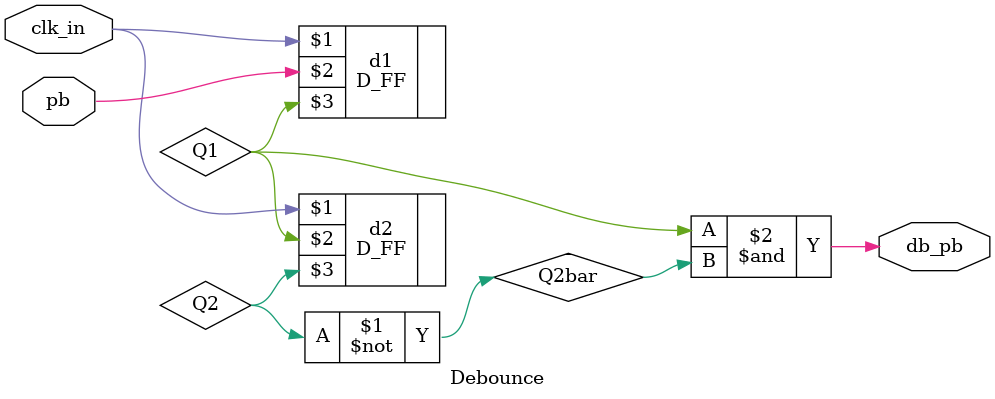
<source format=v>
module Debounce(
	input pb, clk_in,
	output db_pb
	);
	
	wire Q1, Q2, Q2bar;
	
	D_FF d1(clk_in, pb, Q1);
	D_FF d2(clk_in, Q1, Q2);
	
	assign Q2bar = ~Q2;
	assign db_pb = Q1 & Q2bar;
endmodule
</source>
